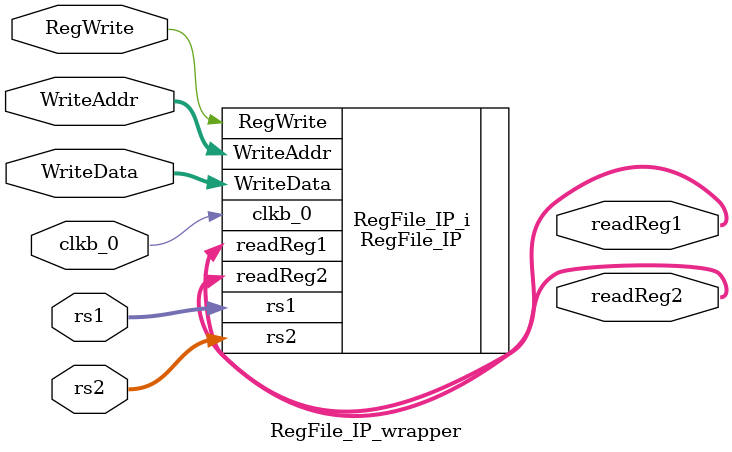
<source format=v>
`timescale 1 ps / 1 ps

module RegFile_IP_wrapper
   (RegWrite,
    WriteAddr,
    WriteData,
    clkb_0,
    readReg1,
    readReg2,
    rs1,
    rs2);
  input [0:0]RegWrite;
  input [4:0]WriteAddr;
  input [31:0]WriteData;
  input clkb_0;
  output [31:0]readReg1;
  output [31:0]readReg2;
  input [4:0]rs1;
  input [4:0]rs2;

  wire [0:0]RegWrite;
  wire [4:0]WriteAddr;
  wire [31:0]WriteData;
  wire clkb_0;
  wire [31:0]readReg1;
  wire [31:0]readReg2;
  wire [4:0]rs1;
  wire [4:0]rs2;

  RegFile_IP RegFile_IP_i
       (.RegWrite(RegWrite),
        .WriteAddr(WriteAddr),
        .WriteData(WriteData),
        .clkb_0(clkb_0),
        .readReg1(readReg1),
        .readReg2(readReg2),
        .rs1(rs1),
        .rs2(rs2));
endmodule

</source>
